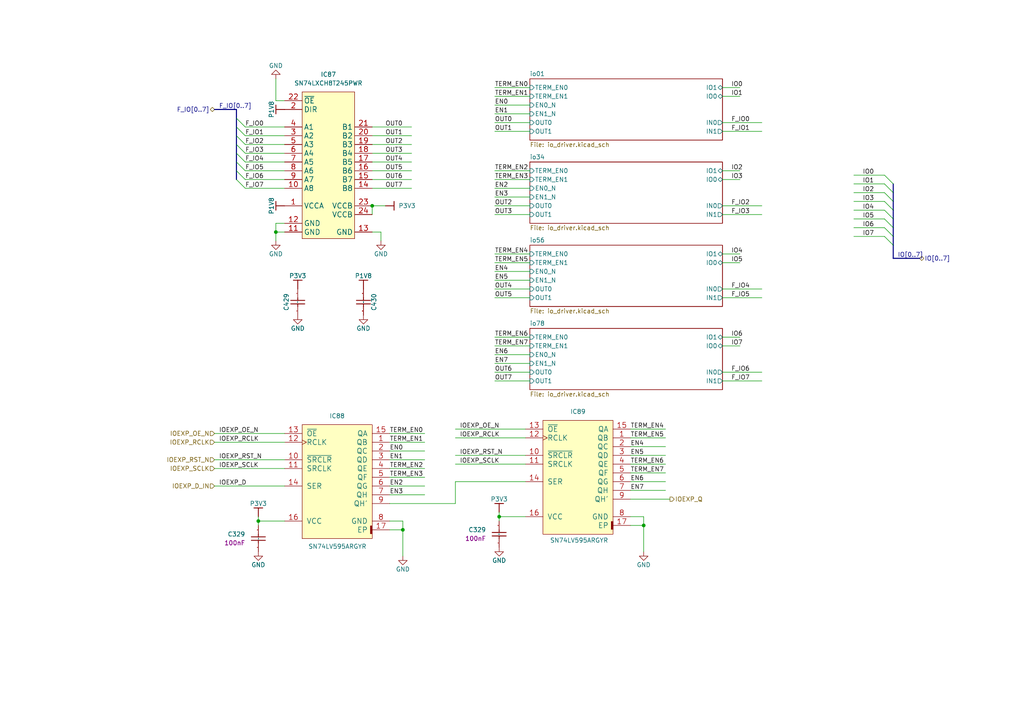
<source format=kicad_sch>
(kicad_sch (version 20250114) (generator "eeschema") (generator_version "9.0")
  (paper "A4")
  (title_block (title "Front/Patch Panel I/O driver - 8 channels"))
  (lib_symbols
    (symbol "Capacitors SMD:CC0402_100NF_16V_10%_X7R" (pin_names (offset 1.27))
      (property "Reference" "C" (at 3.81 3.048 0))
      (property "Description" "100nF" (at 3.81 -3.048 0))
      (symbol "CC0402_100NF_16V_10%_X7R_0_1"
        (polyline (pts (xy 2.54 0) (xy 3.302 0)) (stroke (width 0.254)))
        (polyline (pts (xy 3.302 -2.032) (xy 3.302 2.032)) (stroke (width 0.254)))
        (polyline (pts (xy 4.318 2.032) (xy 4.318 -2.032)) (stroke (width 0.254)))
        (polyline (pts (xy 5.08 0) (xy 4.318 0)) (stroke (width 0.254)))
        (pin passive line (at 0 0 0) (length 2.54) (name "1") (number "1"))
        (pin passive line (at 7.62 0 180) (length 2.54) (name "2") (number "2"))
      )
    )
    (symbol "Standard Logic:SN74LV595ARGYR" (pin_names (offset 1.27))
      (property "Reference" "IC" (at 10.16 1.27 0))
      (symbol "SN74LV595ARGYR_0_1"
        (rectangle (start 0 -33.02) (end 20.32 0) (fill (type background)))
        (rectangle (start 19.812 -31.623) (end 20.32 -29.337) (fill (type outline)))
        (pin input line (at -5.08 -2.54 0) (length 5.08) (name "~{OE}") (number "13"))
        (pin input clock (at -5.08 -5.08 0) (length 5.08) (name "RCLK") (number "12"))
        (pin input line (at -5.08 -10.16 0) (length 5.08) (name "~{SRCLR}") (number "10"))
        (pin input line (at -5.08 -12.7 0) (length 5.08) (name "SRCLK") (number "11"))
        (pin input line (at -5.08 -17.78 0) (length 5.08) (name "SER") (number "14"))
        (pin power_in line (at -5.08 -27.94 0) (length 5.08) (name "VCC") (number "16"))
        (pin tri_state line (at 25.4 -2.54 180) (length 5.08) (name "QA") (number "15"))
        (pin tri_state line (at 25.4 -5.08 180) (length 5.08) (name "QB") (number "1"))
        (pin tri_state line (at 25.4 -7.62 180) (length 5.08) (name "QC") (number "2"))
        (pin tri_state line (at 25.4 -10.16 180) (length 5.08) (name "QD") (number "3"))
        (pin tri_state line (at 25.4 -12.7 180) (length 5.08) (name "QE") (number "4"))
        (pin tri_state line (at 25.4 -15.24 180) (length 5.08) (name "QF") (number "5"))
        (pin tri_state line (at 25.4 -17.78 180) (length 5.08) (name "QG") (number "6"))
        (pin tri_state line (at 25.4 -20.32 180) (length 5.08) (name "QH") (number "7"))
        (pin output line (at 25.4 -22.86 180) (length 5.08) (name "QH'") (number "9"))
        (pin power_in line (at 25.4 -27.94 180) (length 5.08) (name "GND") (number "8"))
        (pin power_in line (at 25.4 -30.48 180) (length 5.08) (name "EP") (number "17"))
      )
    )
    (symbol "power:GND" (power) (pin_names (offset 0))
      (property "Value" "GND" (at 0 -3.81 0))
      (symbol "GND_0_1"
        (polyline (pts (xy 0 0) (xy 0 -1.27) (xy 1.27 -1.27) (xy 0 -2.54) (xy -1.27 -1.27) (xy 0 -1.27)))
      )
      (symbol "GND_1_1"
        (pin power_in line (at 0 0 270) (length 0) (hide yes) (name "GND") (number "1"))
      )
    )
    (symbol "vme-wren:P1V8" (power)
      (property "Value" "P1V8" (at 0 -3.81 0))
      (symbol "P1V8_0_0"
        (polyline (pts (xy -1.27 -2.54) (xy 1.27 -2.54)) (stroke (width 0.254)))
        (polyline (pts (xy 0 0) (xy 0 -2.54)) (stroke (width 0.254)))
        (pin power_in line (at 0 0 0) (length 0) (hide yes) (name "P1V8") (number ""))
      )
    )
    (symbol "vme-wren:P3V3" (power)
      (property "Value" "P3V3" (at 0 -3.81 0))
      (symbol "P3V3_0_0"
        (polyline (pts (xy -1.27 -2.54) (xy 1.27 -2.54)) (stroke (width 0.254)))
        (polyline (pts (xy 0 0) (xy 0 -2.54)) (stroke (width 0.254)))
        (pin power_in line (at 0 0 0) (length 0) (hide yes) (name "P3V3") (number ""))
      )
    )
    (symbol "vme-wren:SN74LXCH8T245PWR"
      (property "Reference" "IC" (at 8.89 3.937 0))
      (property "Value" "SN74LXCH8T245PWR" (at 7.493 1.905 0))
      (symbol "SN74LXCH8T245PWR_0_1"
        (rectangle (start 0 0) (end 15.24 -42.545) (fill (type background)))
        (pin input line (at -5.08 -2.54 0) (length 5.08) (name "~{OE}") (number "22"))
        (pin bidirectional line (at -5.08 -12.7 0) (length 5.08) (name "A2") (number "3"))
        (pin bidirectional line (at -5.08 -15.24 0) (length 5.08) (name "A3") (number "5"))
        (pin bidirectional line (at -5.08 -17.78 0) (length 5.08) (name "A4") (number "6"))
        (pin bidirectional line (at -5.08 -20.32 0) (length 5.08) (name "A5") (number "7"))
        (pin bidirectional line (at -5.08 -22.86 0) (length 5.08) (name "A6") (number "8"))
        (pin bidirectional line (at -5.08 -25.4 0) (length 5.08) (name "A7") (number "9"))
        (pin bidirectional line (at -5.08 -27.94 0) (length 5.08) (name "A8") (number "10"))
        (pin power_in line (at -5.08 -38.1 0) (length 5.08) (name "GND") (number "12"))
        (pin power_in line (at -5.08 -40.64 0) (length 5.08) (name "GND") (number "11"))
        (pin bidirectional line (at 20.32 -10.16 180) (length 5.08) (name "B1") (number "21"))
        (pin bidirectional line (at 20.32 -12.7 180) (length 5.08) (name "B2") (number "20"))
        (pin bidirectional line (at 20.32 -15.24 180) (length 5.08) (name "B3") (number "19"))
        (pin bidirectional line (at 20.32 -17.78 180) (length 5.08) (name "B4") (number "18"))
        (pin bidirectional line (at 20.32 -20.32 180) (length 5.08) (name "B5") (number "17"))
        (pin bidirectional line (at 20.32 -22.86 180) (length 5.08) (name "B6") (number "16"))
        (pin bidirectional line (at 20.32 -25.4 180) (length 5.08) (name "B7") (number "15"))
        (pin bidirectional line (at 20.32 -27.94 180) (length 5.08) (name "B8") (number "14"))
        (pin power_in line (at 20.32 -40.64 180) (length 5.08) (name "GND") (number "13"))
      )
      (symbol "SN74LXCH8T245PWR_1_1"
        (pin input line (at -5.08 -5.08 0) (length 5.08) (name "DIR") (number "2"))
        (pin bidirectional line (at -5.08 -10.16 0) (length 5.08) (name "A1") (number "4"))
        (pin power_in line (at -5.08 -33.02 0) (length 5.08) (name "VCCA") (number "1"))
        (pin power_in line (at 20.32 -33.02 180) (length 5.08) (name "VCCB") (number "23"))
        (pin power_in line (at 20.32 -35.56 180) (length 5.08) (name "VCCB") (number "24"))
      )
    )
  )
  (junction (at 74.93 151.13))
  (junction (at 186.69 152.4))
  (junction (at 80.01 67.31))
  (junction (at 107.95 59.69))
  (junction (at 116.84 153.67))
  (junction (at 144.78 149.86))
  (bus_entry (at 68.58 34.29) (size 2.54 2.54))
  (bus_entry (at 256.54 63.5) (size 2.54 2.54))
  (bus_entry (at 68.58 41.91) (size 2.54 2.54))
  (bus_entry (at 68.58 36.83) (size 2.54 2.54))
  (bus_entry (at 256.54 53.34) (size 2.54 2.54))
  (bus_entry (at 256.54 58.42) (size 2.54 2.54))
  (bus_entry (at 68.58 46.99) (size 2.54 2.54))
  (bus_entry (at 256.54 55.88) (size 2.54 2.54))
  (bus_entry (at 256.54 60.96) (size 2.54 2.54))
  (bus_entry (at 256.54 66.04) (size 2.54 2.54))
  (bus_entry (at 256.54 50.8) (size 2.54 2.54))
  (bus_entry (at 256.54 68.58) (size 2.54 2.54))
  (bus_entry (at 68.58 39.37) (size 2.54 2.54))
  (bus_entry (at 68.58 49.53) (size 2.54 2.54))
  (bus_entry (at 68.58 52.07) (size 2.54 2.54))
  (bus_entry (at 68.58 44.45) (size 2.54 2.54))
  (wire (pts (xy 209.55 52.07) (xy 214.63 52.07)))
  (bus (pts (xy 68.58 44.45) (xy 68.58 41.91)))
  (bus (pts (xy 259.08 68.58) (xy 259.08 71.12)))
  (wire (pts (xy 209.55 62.23) (xy 220.98 62.23)))
  (wire (pts (xy 80.01 67.31) (xy 80.01 69.85)))
  (wire (pts (xy 113.03 130.81) (xy 123.19 130.81)))
  (bus (pts (xy 259.08 53.34) (xy 259.08 55.88)))
  (wire (pts (xy 144.78 149.86) (xy 144.78 148.59)))
  (wire (pts (xy 107.95 36.83) (xy 119.38 36.83)))
  (wire (pts (xy 247.65 60.96) (xy 256.54 60.96)))
  (wire (pts (xy 143.51 25.4) (xy 153.67 25.4)))
  (wire (pts (xy 80.01 64.77) (xy 80.01 67.31)))
  (wire (pts (xy 209.55 73.66) (xy 214.63 73.66)))
  (wire (pts (xy 182.88 132.08) (xy 193.04 132.08)))
  (wire (pts (xy 182.88 139.7) (xy 193.04 139.7)))
  (wire (pts (xy 143.51 100.33) (xy 153.67 100.33)))
  (wire (pts (xy 209.55 49.53) (xy 214.63 49.53)))
  (wire (pts (xy 107.95 49.53) (xy 119.38 49.53)))
  (bus (pts (xy 68.58 41.91) (xy 68.58 39.37)))
  (wire (pts (xy 143.51 102.87) (xy 153.67 102.87)))
  (wire (pts (xy 116.84 151.13) (xy 116.84 153.67)))
  (wire (pts (xy 143.51 105.41) (xy 153.67 105.41)))
  (wire (pts (xy 182.88 142.24) (xy 193.04 142.24)))
  (wire (pts (xy 209.55 86.36) (xy 220.98 86.36)))
  (wire (pts (xy 71.12 52.07) (xy 82.55 52.07)))
  (wire (pts (xy 143.51 38.1) (xy 153.67 38.1)))
  (wire (pts (xy 113.03 146.05) (xy 132.08 146.05)))
  (wire (pts (xy 209.55 59.69) (xy 220.98 59.69)))
  (wire (pts (xy 62.23 140.97) (xy 82.55 140.97)))
  (wire (pts (xy 113.03 135.89) (xy 123.19 135.89)))
  (wire (pts (xy 143.51 62.23) (xy 153.67 62.23)))
  (wire (pts (xy 74.93 151.13) (xy 82.55 151.13)))
  (wire (pts (xy 113.03 125.73) (xy 123.19 125.73)))
  (bus (pts (xy 259.08 66.04) (xy 259.08 68.58)))
  (wire (pts (xy 107.95 54.61) (xy 119.38 54.61)))
  (wire (pts (xy 182.88 144.78) (xy 194.31 144.78)))
  (wire (pts (xy 107.95 41.91) (xy 119.38 41.91)))
  (bus (pts (xy 68.58 39.37) (xy 68.58 36.83)))
  (wire (pts (xy 143.51 54.61) (xy 153.67 54.61)))
  (wire (pts (xy 110.49 67.31) (xy 110.49 69.85)))
  (wire (pts (xy 247.65 66.04) (xy 256.54 66.04)))
  (wire (pts (xy 62.23 125.73) (xy 82.55 125.73)))
  (wire (pts (xy 113.03 153.67) (xy 116.84 153.67)))
  (wire (pts (xy 143.51 35.56) (xy 153.67 35.56)))
  (wire (pts (xy 143.51 76.2) (xy 153.67 76.2)))
  (wire (pts (xy 62.23 133.35) (xy 82.55 133.35)))
  (bus (pts (xy 68.58 49.53) (xy 68.58 46.99)))
  (wire (pts (xy 247.65 58.42) (xy 256.54 58.42)))
  (wire (pts (xy 182.88 149.86) (xy 186.69 149.86)))
  (wire (pts (xy 143.51 52.07) (xy 153.67 52.07)))
  (wire (pts (xy 107.95 59.69) (xy 111.76 59.69)))
  (wire (pts (xy 209.55 27.94) (xy 214.63 27.94)))
  (wire (pts (xy 143.51 33.02) (xy 153.67 33.02)))
  (wire (pts (xy 209.55 83.82) (xy 220.98 83.82)))
  (wire (pts (xy 247.65 63.5) (xy 256.54 63.5)))
  (wire (pts (xy 209.55 76.2) (xy 214.63 76.2)))
  (bus (pts (xy 68.58 52.07) (xy 68.58 49.53)))
  (bus (pts (xy 62.23 31.75) (xy 68.58 31.75)))
  (wire (pts (xy 71.12 44.45) (xy 82.55 44.45)))
  (wire (pts (xy 71.12 36.83) (xy 82.55 36.83)))
  (bus (pts (xy 259.08 58.42) (xy 259.08 60.96)))
  (bus (pts (xy 259.08 63.5) (xy 259.08 66.04)))
  (wire (pts (xy 113.03 128.27) (xy 123.19 128.27)))
  (wire (pts (xy 186.69 152.4) (xy 186.69 160.02)))
  (wire (pts (xy 71.12 54.61) (xy 82.55 54.61)))
  (wire (pts (xy 182.88 127) (xy 193.04 127)))
  (wire (pts (xy 143.51 110.49) (xy 153.67 110.49)))
  (wire (pts (xy 143.51 78.74) (xy 153.67 78.74)))
  (wire (pts (xy 143.51 73.66) (xy 153.67 73.66)))
  (wire (pts (xy 107.95 44.45) (xy 119.38 44.45)))
  (bus (pts (xy 259.08 74.93) (xy 266.7 74.93)))
  (wire (pts (xy 247.65 55.88) (xy 256.54 55.88)))
  (wire (pts (xy 132.08 134.62) (xy 152.4 134.62)))
  (wire (pts (xy 113.03 143.51) (xy 123.19 143.51)))
  (wire (pts (xy 80.01 67.31) (xy 82.55 67.31)))
  (wire (pts (xy 107.95 59.69) (xy 107.95 62.23)))
  (wire (pts (xy 116.84 153.67) (xy 116.84 161.29)))
  (wire (pts (xy 209.55 97.79) (xy 214.63 97.79)))
  (wire (pts (xy 113.03 133.35) (xy 123.19 133.35)))
  (bus (pts (xy 259.08 71.12) (xy 259.08 74.93)))
  (wire (pts (xy 132.08 139.7) (xy 132.08 146.05)))
  (wire (pts (xy 143.51 49.53) (xy 153.67 49.53)))
  (bus (pts (xy 68.58 36.83) (xy 68.58 34.29)))
  (wire (pts (xy 80.01 29.21) (xy 80.01 22.86)))
  (wire (pts (xy 74.93 152.4) (xy 74.93 151.13)))
  (wire (pts (xy 182.88 137.16) (xy 193.04 137.16)))
  (wire (pts (xy 247.65 53.34) (xy 256.54 53.34)))
  (wire (pts (xy 209.55 110.49) (xy 220.98 110.49)))
  (wire (pts (xy 132.08 132.08) (xy 152.4 132.08)))
  (wire (pts (xy 143.51 97.79) (xy 153.67 97.79)))
  (wire (pts (xy 62.23 128.27) (xy 82.55 128.27)))
  (wire (pts (xy 82.55 64.77) (xy 80.01 64.77)))
  (wire (pts (xy 132.08 124.46) (xy 152.4 124.46)))
  (wire (pts (xy 132.08 127) (xy 152.4 127)))
  (wire (pts (xy 71.12 46.99) (xy 82.55 46.99)))
  (wire (pts (xy 113.03 151.13) (xy 116.84 151.13)))
  (wire (pts (xy 144.78 149.86) (xy 152.4 149.86)))
  (wire (pts (xy 143.51 86.36) (xy 153.67 86.36)))
  (bus (pts (xy 68.58 34.29) (xy 68.58 31.75)))
  (wire (pts (xy 143.51 107.95) (xy 153.67 107.95)))
  (wire (pts (xy 247.65 68.58) (xy 256.54 68.58)))
  (wire (pts (xy 71.12 41.91) (xy 82.55 41.91)))
  (wire (pts (xy 209.55 107.95) (xy 220.98 107.95)))
  (wire (pts (xy 144.78 151.13) (xy 144.78 149.86)))
  (wire (pts (xy 209.55 38.1) (xy 220.98 38.1)))
  (wire (pts (xy 132.08 139.7) (xy 152.4 139.7)))
  (wire (pts (xy 71.12 39.37) (xy 82.55 39.37)))
  (wire (pts (xy 62.23 135.89) (xy 82.55 135.89)))
  (wire (pts (xy 186.69 149.86) (xy 186.69 152.4)))
  (wire (pts (xy 82.55 29.21) (xy 80.01 29.21)))
  (wire (pts (xy 143.51 81.28) (xy 153.67 81.28)))
  (wire (pts (xy 209.55 100.33) (xy 214.63 100.33)))
  (wire (pts (xy 143.51 83.82) (xy 153.67 83.82)))
  (wire (pts (xy 143.51 30.48) (xy 153.67 30.48)))
  (wire (pts (xy 182.88 124.46) (xy 193.04 124.46)))
  (wire (pts (xy 143.51 59.69) (xy 153.67 59.69)))
  (bus (pts (xy 68.58 46.99) (xy 68.58 44.45)))
  (wire (pts (xy 71.12 49.53) (xy 82.55 49.53)))
  (bus (pts (xy 259.08 60.96) (xy 259.08 63.5)))
  (wire (pts (xy 107.95 39.37) (xy 119.38 39.37)))
  (wire (pts (xy 113.03 140.97) (xy 123.19 140.97)))
  (bus (pts (xy 259.08 55.88) (xy 259.08 58.42)))
  (wire (pts (xy 182.88 129.54) (xy 193.04 129.54)))
  (wire (pts (xy 182.88 152.4) (xy 186.69 152.4)))
  (wire (pts (xy 107.95 52.07) (xy 119.38 52.07)))
  (wire (pts (xy 143.51 27.94) (xy 153.67 27.94)))
  (wire (pts (xy 247.65 50.8) (xy 256.54 50.8)))
  (wire (pts (xy 107.95 67.31) (xy 110.49 67.31)))
  (wire (pts (xy 209.55 35.56) (xy 220.98 35.56)))
  (wire (pts (xy 143.51 57.15) (xy 153.67 57.15)))
  (wire (pts (xy 107.95 46.99) (xy 119.38 46.99)))
  (wire (pts (xy 209.55 25.4) (xy 214.63 25.4)))
  (wire (pts (xy 74.93 151.13) (xy 74.93 149.86)))
  (wire (pts (xy 113.03 138.43) (xy 123.19 138.43)))
  (wire (pts (xy 182.88 134.62) (xy 193.04 134.62)))
  (label "F_IO3" (at 71.12 44.45 0))
  (label "F_IO6" (at 71.12 52.07 0))
  (label "F_IO0" (at 71.12 36.83 0))
  (label "IO2" (at 212.09 49.53 0))
  (label "IOEXP_RCLK" (at 133.35 127 0))
  (label "IO2" (at 250.19 55.88 0))
  (label "TERM_EN3" (at 143.51 52.07 0))
  (label "IO[0..7]" (at 260.35 74.93 0))
  (label "F_IO0" (at 212.09 35.56 0))
  (label "IO1" (at 212.09 27.94 0))
  (label "TERM_EN6" (at 143.51 97.79 0))
  (label "IOEXP_OE_N" (at 133.35 124.46 0))
  (label "EN5" (at 182.88 132.08 0))
  (label "F_IO7" (at 212.09 110.49 0))
  (label "EN2" (at 113.03 140.97 0))
  (label "EN0" (at 143.51 30.48 0))
  (label "EN6" (at 182.88 139.7 0))
  (label "OUT5" (at 143.51 86.36 0))
  (label "EN3" (at 113.03 143.51 0))
  (label "OUT1" (at 143.51 38.1 0))
  (label "TERM_EN1" (at 143.51 27.94 0))
  (label "OUT1" (at 111.76 39.37 0))
  (label "EN1" (at 143.51 33.02 0))
  (label "F_IO1" (at 212.09 38.1 0))
  (label "IO0" (at 212.09 25.4 0))
  (label "TERM_EN0" (at 143.51 25.4 0))
  (label "IO0" (at 250.19 50.8 0))
  (label "OUT4" (at 111.76 46.99 0))
  (label "TERM_EN5" (at 182.88 127 0))
  (label "IO4" (at 212.09 73.66 0))
  (label "IOEXP_RCLK" (at 63.5 128.27 0))
  (label "IOEXP_RST_N" (at 133.35 132.08 0))
  (label "OUT2" (at 143.51 59.69 0))
  (label "EN6" (at 143.51 102.87 0))
  (label "EN5" (at 143.51 81.28 0))
  (label "IO5" (at 250.19 63.5 0))
  (label "IO7" (at 212.09 100.33 0))
  (label "EN3" (at 143.51 57.15 0))
  (label "EN7" (at 182.88 142.24 0))
  (label "IO5" (at 212.09 76.2 0))
  (label "F_IO4" (at 212.09 83.82 0))
  (label "TERM_EN6" (at 182.88 134.62 0))
  (label "F_IO4" (at 71.12 46.99 0))
  (label "TERM_EN2" (at 113.03 135.89 0))
  (label "TERM_EN1" (at 113.03 128.27 0))
  (label "OUT3" (at 111.76 44.45 0))
  (label "F_IO7" (at 71.12 54.61 0))
  (label "TERM_EN7" (at 143.51 100.33 0))
  (label "EN7" (at 143.51 105.41 0))
  (label "OUT6" (at 143.51 107.95 0))
  (label "IOEXP_D" (at 63.5 140.97 0))
  (label "OUT5" (at 111.76 49.53 0))
  (label "TERM_EN0" (at 113.03 125.73 0))
  (label "OUT0" (at 143.51 35.56 0))
  (label "EN0" (at 113.03 130.81 0))
  (label "IO4" (at 250.19 60.96 0))
  (label "F_IO3" (at 212.09 62.23 0))
  (label "TERM_EN2" (at 143.51 49.53 0))
  (label "IO1" (at 250.19 53.34 0))
  (label "OUT4" (at 143.51 83.82 0))
  (label "F_IO6" (at 212.09 107.95 0))
  (label "IOEXP_SCLK" (at 133.35 134.62 0))
  (label "F_IO2" (at 212.09 59.69 0))
  (label "OUT2" (at 111.76 41.91 0))
  (label "TERM_EN4" (at 182.88 124.46 0))
  (label "IOEXP_RST_N" (at 63.5 133.35 0))
  (label "OUT3" (at 143.51 62.23 0))
  (label "IOEXP_OE_N" (at 63.5 125.73 0))
  (label "F_IO2" (at 71.12 41.91 0))
  (label "TERM_EN3" (at 113.03 138.43 0))
  (label "IO6" (at 250.19 66.04 0))
  (label "EN4" (at 143.51 78.74 0))
  (label "OUT0" (at 111.76 36.83 0))
  (label "TERM_EN7" (at 182.88 137.16 0))
  (label "IO7" (at 250.19 68.58 0))
  (label "OUT7" (at 143.51 110.49 0))
  (label "IO6" (at 212.09 97.79 0))
  (label "TERM_EN4" (at 143.51 73.66 0))
  (label "IO3" (at 250.19 58.42 0))
  (label "EN2" (at 143.51 54.61 0))
  (label "TERM_EN5" (at 143.51 76.2 0))
  (label "EN1" (at 113.03 133.35 0))
  (label "OUT7" (at 111.76 54.61 0))
  (label "IOEXP_SCLK" (at 63.5 135.89 0))
  (label "F_IO5" (at 71.12 49.53 0))
  (label "F_IO1" (at 71.12 39.37 0))
  (label "IO3" (at 212.09 52.07 0))
  (label "OUT6" (at 111.76 52.07 0))
  (label "EN4" (at 182.88 129.54 0))
  (label "F_IO5" (at 212.09 86.36 0))
  (label "F_IO[0..7]" (at 63.5 31.75 0))
  (hierarchical_label "IOEXP_D_IN" (shape input) (at 62.23 140.97 180))
  (hierarchical_label "IOEXP_Q" (shape output) (at 194.31 144.78 0))
  (hierarchical_label "IOEXP_RCLK" (shape input) (at 62.23 128.27 180))
  (hierarchical_label "IOEXP_OE_N" (shape input) (at 62.23 125.73 180))
  (hierarchical_label "IOEXP_SCLK" (shape input) (at 62.23 135.89 180))
  (hierarchical_label "F_IO[0..7]" (shape bidirectional) (at 62.23 31.75 180))
  (hierarchical_label "IO[0..7]" (shape bidirectional) (at 266.7 74.93 0))
  (hierarchical_label "IOEXP_RST_N" (shape input) (at 62.23 133.35 180))
  (symbol (lib_id "vme-wren:P1V8") (at 105.41 83.82 180) (unit 1)
    (property "Reference" "#PWR0424" (effects (hide yes)))
    (property "Value" "P1V8" (at 105.41 80.01 0))
    (instances (project "vme-wren" (path "" (reference "#PWR0768") (unit 1)) (path "" (reference "#PWR01122") (unit 1)) (path "" (reference "#PWR0876") (unit 1)) (path "" (reference "#PWR0424") (unit 1))))
  )
  (symbol (lib_id "vme-wren:SN74LXCH8T245PWR") (at 87.63 26.67 0) (unit 1)
    (property "Reference" "IC2" (at 95.25 21.59 0))
    (property "Value" "SN74LXCH8T245PWR" (at 95.25 24.13 0))
    (property "Footprint" "ICs And Semiconductors SMD:SOP65P640X120-24N" (effects (hide yes)))
    (instances (project "vme-wren" (path "" (reference "IC87") (unit 1)) (path "" (reference "IC75") (unit 1)) (path "" (reference "IC102") (unit 1)) (path "" (reference "IC2") (unit 1))))
  )
  (symbol (lib_id "vme-wren:P3V3") (at 74.93 149.86 180) (unit 1)
    (property "Reference" "#PWR020" (effects (hide yes)))
    (property "Value" "P3V3" (at 74.93 146.05 0))
    (instances (project "dupa" (path "" (reference "#PWR?") (unit 1))) (project "vme-wren" (path "" (reference "#PWR0760") (unit 1)) (path "" (reference "#PWR01043") (unit 1)) (path "" (reference "#PWR0868") (unit 1)) (path "" (reference "#PWR020") (unit 1))))
  )
  (symbol (lib_id "power:GND") (at 80.01 22.86 180) (unit 1)
    (property "Reference" "#PWR025" (effects (hide yes)))
    (property "Value" "GND" (at 80.01 19.05 0))
    (property "Description" "GROUND power-flag symbol" (effects (hide yes)))
    (instances (project "vme-wren" (path "" (reference "#PWR0762") (unit 1)) (path "" (reference "#PWR01073") (unit 1)) (path "" (reference "#PWR0870") (unit 1)) (path "" (reference "#PWR025") (unit 1))))
  )
  (symbol (lib_id "Standard Logic:SN74LV595ARGYR") (at 157.48 121.92 0) (unit 1)
    (property "Reference" "IC7" (at 167.64 119.38 0))
    (property "Value" "SN74LV595ARGYR" (at 159.512 156.718 0) (effects (justify left)))
    (property "Footprint" "ICs And Semiconductors SMD:TEXAS_RGY (R-PVQFN-N16)" (effects (hide yes)))
    (property "Description" "SN74LV595ARGYR" (effects (hide yes)))
    (property "Library Ref" "74595_a" (effects (hide yes)))
    (property "Library Path" "SchLib\\Standard Logic.SchLib" (effects (hide yes)))
    (property "Comment" "SN74LV595ARGY" (effects (hide yes)))
    (property "Component Kind" "Standard" (effects (hide yes)))
    (property "Component Type" "Standard" (effects (hide yes)))
    (property "Device" "SN74LV595ARGY" (effects (hide yes)))
    (property "PackageDescription" "TEXAS Case Style RGY (R-PVQFN-N16), QFN, 0.50mm Pitch, Rect.; 16 Pin, 4.00mm L X 3.50mm W X 1mm H body (w/Thermal Tab 2.65 X 2.15mm)" (effects (hide yes)))
    (property "Status" " " (effects (hide yes)))
    (property "Part Description" "8-Bit Shift Register with 3-State Output Registers" (effects (hide yes)))
    (property "Manufacturer" "TEXAS INSTRUMENTS" (effects (hide yes)))
    (property "Manufacturer Part Number" "SN74LV595ARGY" (effects (hide yes)))
    (property "Pin Count" "17" (effects (hide yes)))
    (property "Case" "QFN16" (effects (hide yes)))
    (property "Mounted" "Yes" (effects (hide yes)))
    (property "Socket" "No" (effects (hide yes)))
    (property "SMD" "Yes" (effects (hide yes)))
    (property "PressFit" "No" (effects (hide yes)))
    (property "Sense" "No" (effects (hide yes)))
    (property "Sense Comment" " " (effects (hide yes)))
    (property "Bonding" "No" (effects (hide yes)))
    (property "Status Comment" " " (effects (hide yes)))
    (property "ComponentHeight" "1mm" (effects (hide yes)))
    (property "Footprint Path" "PcbLib\\ICs And Semiconductors SMD.PcbLib" (effects (hide yes)))
    (property "Footprint Ref" "TEXAS_RGY (R-PVQFN-N16)" (effects (hide yes)))
    (property "Author" "CERN DEM MR" (effects (hide yes)))
    (property "ComponentLink1URL" " " (effects (hide yes)))
    (property "ComponentLink1Description" " " (effects (hide yes)))
    (property "ComponentLink2URL" " " (effects (hide yes)))
    (property "ComponentLink2Description" " " (effects (hide yes)))
    (property "CreateDate" "10/10/17 00:00:00" (effects (hide yes)))
    (property "LatestRevisionDate" "10/10/17 00:00:00" (effects (hide yes)))
    (property "SCEM" " " (effects (hide yes)))
    (property "Database Table Name" "ICs And Semiconductors" (effects (hide yes)))
    (property "Library Name" "Standard Logic" (effects (hide yes)))
    (property "Footprint Library" "ICs And Semiconductors SMD" (effects (hide yes)))
    (property "License" "CC-BY-SA 4.0" (effects (hide yes)))
    (instances (project "vme-wren" (path "" (reference "IC89") (unit 1)) (path "" (reference "IC77") (unit 1)) (path "" (reference "IC104") (unit 1)) (path "" (reference "IC7") (unit 1))))
  )
  (symbol (lib_id "power:GND") (at 110.49 69.85 0) (unit 1)
    (property "Reference" "#PWR0426" (effects (hide yes)))
    (property "Value" "GND" (at 110.49 73.66 0))
    (property "Description" "GROUND power-flag symbol" (effects (hide yes)))
    (instances (project "vme-wren" (path "" (reference "#PWR0770") (unit 1)) (path "" (reference "#PWR01077") (unit 1)) (path "" (reference "#PWR0878") (unit 1)) (path "" (reference "#PWR0426") (unit 1))))
  )
  (symbol (lib_id "Capacitors SMD:CC0402_100NF_16V_10%_X7R") (at 74.93 160.02 90) (unit 1)
    (property "Reference" "C14" (at 71.12 154.9399 90) (effects (justify left)))
    (property "Value" "CC0402_100NF_16V_10%_X7R" (effects (hide yes)))
    (property "Footprint" "Capacitors SMD:CAPC1005X55N" (effects (hide yes)))
    (property "Description" "100nF" (effects (hide yes)))
    (property "SMD" "Yes" (effects (hide yes)))
    (property "Part Number" "CC0402_100NF_16V_10%_X7R" (effects (hide yes)))
    (property "Library Ref" "Capacitor - non polarized" (effects (hide yes)))
    (property "Library Path" "SchLib\\Capacitors.SchLib" (effects (hide yes)))
    (property "Comment" "100nF" (at 71.12 157.4799 90) (effects (justify left)))
    (property "Component Kind" "Standard" (effects (hide yes)))
    (property "Component Type" "Standard" (effects (hide yes)))
    (property "Pin Count" "2" (effects (hide yes)))
    (property "Footprint Path" "PcbLib\\Capacitors SMD.PcbLib" (effects (hide yes)))
    (property "Footprint Ref" "CAPC1005X55N" (effects (hide yes)))
    (property "PackageDescription" " " (effects (hide yes)))
    (property "Status" "Not Recommended" (effects (hide yes)))
    (property "Status Comment" " " (effects (hide yes)))
    (property "Voltage" "16V" (effects (hide yes)))
    (property "Tolerance" "±10%" (effects (hide yes)))
    (property "Part Description" "SMD Multilayer Chip Ceramic Capacitor" (effects (hide yes)))
    (property "Manufacturer" "GENERIC" (effects (hide yes)))
    (property "Manufacturer Part Number" "CC0402_100NF_16V_10%_X7R" (effects (hide yes)))
    (property "Case" "0402" (effects (hide yes)))
    (property "Mounted" "Yes" (effects (hide yes)))
    (property "Socket" "No" (effects (hide yes)))
    (property "PressFit" " " (effects (hide yes)))
    (property "Sense" "No" (effects (hide yes)))
    (property "Sense Comment" " " (effects (hide yes)))
    (property "ComponentHeight" " " (effects (hide yes)))
    (property "Manufacturer1 Example" "MURATA" (effects (hide yes)))
    (property "Manufacturer1 Part Number" "GRM155R71C104KA88D" (effects (hide yes)))
    (property "Manufacturer1 ComponentHeight" "0.55mm" (effects (hide yes)))
    (property "Author" "CERN DEM JLC" (effects (hide yes)))
    (property "CreateDate" "12/05/13 00:00:00" (effects (hide yes)))
    (property "LatestRevisionDate" "12/03/07 00:00:00" (effects (hide yes)))
    (property "Database Table Name" "Capacitors" (effects (hide yes)))
    (property "Library Name" "Capacitors SMD" (effects (hide yes)))
    (property "Footprint Library" "Capacitors SMD" (effects (hide yes)))
    (property "License" "CC-BY-SA 4.0" (effects (hide yes)))
    (instances (project "dupa" (path "" (reference "C329") (unit 1))) (project "vme-wren" (path "" (reference "C428") (unit 1)) (path "" (reference "C406") (unit 1)) (path "" (reference "C456") (unit 1)) (path "" (reference "C14") (unit 1))))
  )
  (symbol (lib_id "power:GND") (at 116.84 161.29 0) (unit 1)
    (property "Reference" "#PWR0428" (effects (hide yes)))
    (property "Value" "GND" (at 116.84 165.1 0))
    (instances (project "dupa" (path "" (reference "#PWR?") (unit 1))) (project "vme-wren" (path "" (reference "#PWR0772") (unit 1)) (path "" (reference "#PWR01045") (unit 1)) (path "" (reference "#PWR0880") (unit 1)) (path "" (reference "#PWR0428") (unit 1))))
  )
  (symbol (lib_id "Capacitors SMD:CC0402_100NF_16V_10%_X7R") (at 144.78 158.75 90) (unit 1)
    (property "Reference" "C24" (at 140.97 153.6699 90) (effects (justify left)))
    (property "Value" "CC0402_100NF_16V_10%_X7R" (effects (hide yes)))
    (property "Footprint" "Capacitors SMD:CAPC1005X55N" (effects (hide yes)))
    (property "Description" "100nF" (effects (hide yes)))
    (property "SMD" "Yes" (effects (hide yes)))
    (property "Part Number" "CC0402_100NF_16V_10%_X7R" (effects (hide yes)))
    (property "Library Ref" "Capacitor - non polarized" (effects (hide yes)))
    (property "Library Path" "SchLib\\Capacitors.SchLib" (effects (hide yes)))
    (property "Comment" "100nF" (at 140.97 156.2099 90) (effects (justify left)))
    (property "Component Kind" "Standard" (effects (hide yes)))
    (property "Component Type" "Standard" (effects (hide yes)))
    (property "Pin Count" "2" (effects (hide yes)))
    (property "Footprint Path" "PcbLib\\Capacitors SMD.PcbLib" (effects (hide yes)))
    (property "Footprint Ref" "CAPC1005X55N" (effects (hide yes)))
    (property "PackageDescription" " " (effects (hide yes)))
    (property "Status" "Not Recommended" (effects (hide yes)))
    (property "Status Comment" " " (effects (hide yes)))
    (property "Voltage" "16V" (effects (hide yes)))
    (property "Tolerance" "±10%" (effects (hide yes)))
    (property "Part Description" "SMD Multilayer Chip Ceramic Capacitor" (effects (hide yes)))
    (property "Manufacturer" "GENERIC" (effects (hide yes)))
    (property "Manufacturer Part Number" "CC0402_100NF_16V_10%_X7R" (effects (hide yes)))
    (property "Case" "0402" (effects (hide yes)))
    (property "Mounted" "Yes" (effects (hide yes)))
    (property "Socket" "No" (effects (hide yes)))
    (property "PressFit" " " (effects (hide yes)))
    (property "Sense" "No" (effects (hide yes)))
    (property "Sense Comment" " " (effects (hide yes)))
    (property "ComponentHeight" " " (effects (hide yes)))
    (property "Manufacturer1 Example" "MURATA" (effects (hide yes)))
    (property "Manufacturer1 Part Number" "GRM155R71C104KA88D" (effects (hide yes)))
    (property "Manufacturer1 ComponentHeight" "0.55mm" (effects (hide yes)))
    (property "Author" "CERN DEM JLC" (effects (hide yes)))
    (property "CreateDate" "12/05/13 00:00:00" (effects (hide yes)))
    (property "LatestRevisionDate" "12/03/07 00:00:00" (effects (hide yes)))
    (property "Database Table Name" "Capacitors" (effects (hide yes)))
    (property "Library Name" "Capacitors SMD" (effects (hide yes)))
    (property "Footprint Library" "Capacitors SMD" (effects (hide yes)))
    (property "License" "CC-BY-SA 4.0" (effects (hide yes)))
    (instances (project "dupa" (path "" (reference "C329") (unit 1))) (project "vme-wren" (path "" (reference "C431") (unit 1)) (path "" (reference "C409") (unit 1)) (path "" (reference "C459") (unit 1)) (path "" (reference "C24") (unit 1))))
  )
  (symbol (lib_id "Capacitors SMD:CC0402_100NF_16V_10%_X7R") (at 105.41 83.82 270) (unit 1)
    (property "Reference" "C21" (at 108.458 87.63 0))
    (property "Value" "CC0402_100NF_16V_10%_X7R" (effects (hide yes)))
    (property "Footprint" "Capacitors SMD:CAPC1005X55N" (effects (hide yes)))
    (property "Description" "100nF" (effects (hide yes)))
    (property "SMD" "Yes" (effects (hide yes)))
    (property "Part Number" "CC0402_100NF_16V_10%_X7R" (effects (hide yes)))
    (property "Library Ref" "Capacitor - non polarized" (effects (hide yes)))
    (property "Library Path" "SchLib\\Capacitors.SchLib" (effects (hide yes)))
    (property "Comment" "100nF" (effects (hide yes)))
    (property "Component Kind" "Standard" (effects (hide yes)))
    (property "Component Type" "Standard" (effects (hide yes)))
    (property "Pin Count" "2" (effects (hide yes)))
    (property "Footprint Path" "PcbLib\\Capacitors SMD.PcbLib" (effects (hide yes)))
    (property "Footprint Ref" "CAPC1005X55N" (effects (hide yes)))
    (property "PackageDescription" " " (effects (hide yes)))
    (property "Status" "Not Recommended" (effects (hide yes)))
    (property "Status Comment" " " (effects (hide yes)))
    (property "Voltage" "16V" (effects (hide yes)))
    (property "Tolerance" "±10%" (effects (hide yes)))
    (property "Part Description" "SMD Multilayer Chip Ceramic Capacitor" (effects (hide yes)))
    (property "Manufacturer" "GENERIC" (effects (hide yes)))
    (property "Manufacturer Part Number" "CC0402_100NF_16V_10%_X7R" (effects (hide yes)))
    (property "Case" "0402" (effects (hide yes)))
    (property "Mounted" "Yes" (effects (hide yes)))
    (property "Socket" "No" (effects (hide yes)))
    (property "PressFit" " " (effects (hide yes)))
    (property "Sense" "No" (effects (hide yes)))
    (property "Sense Comment" " " (effects (hide yes)))
    (property "ComponentHeight" " " (effects (hide yes)))
    (property "Manufacturer1 Example" "MURATA" (effects (hide yes)))
    (property "Manufacturer1 Part Number" "GRM155R71C104KA88D" (effects (hide yes)))
    (property "Manufacturer1 ComponentHeight" "0.55mm" (effects (hide yes)))
    (property "Author" "CERN DEM JLC" (effects (hide yes)))
    (property "CreateDate" "12/05/13 00:00:00" (effects (hide yes)))
    (property "LatestRevisionDate" "12/03/07 00:00:00" (effects (hide yes)))
    (property "Database Table Name" "Capacitors" (effects (hide yes)))
    (property "Library Name" "Capacitors SMD" (effects (hide yes)))
    (property "Footprint Library" "Capacitors SMD" (effects (hide yes)))
    (property "License" "CC-BY-SA 4.0" (effects (hide yes)))
    (instances (project "vme-wren" (path "" (reference "C430") (unit 1)) (path "" (reference "C408") (unit 1)) (path "" (reference "C458") (unit 1)) (path "" (reference "C21") (unit 1))))
  )
  (symbol (lib_id "power:GND") (at 186.69 160.02 0) (unit 1)
    (property "Reference" "#PWR0431" (effects (hide yes)))
    (property "Value" "GND" (at 186.69 163.83 0))
    (instances (project "dupa" (path "" (reference "#PWR?") (unit 1))) (project "vme-wren" (path "" (reference "#PWR0775") (unit 1)) (path "" (reference "#PWR01048") (unit 1)) (path "" (reference "#PWR0883") (unit 1)) (path "" (reference "#PWR0431") (unit 1))))
  )
  (symbol (lib_id "Standard Logic:SN74LV595ARGYR") (at 87.63 123.19 0) (unit 1)
    (property "Reference" "IC6" (at 97.79 120.65 0))
    (property "Value" "SN74LV595ARGYR" (at 89.408 158.496 0) (effects (justify left)))
    (property "Footprint" "ICs And Semiconductors SMD:TEXAS_RGY (R-PVQFN-N16)" (effects (hide yes)))
    (property "Description" "SN74LV595ARGYR" (effects (hide yes)))
    (property "Library Ref" "74595_a" (effects (hide yes)))
    (property "Library Path" "SchLib\\Standard Logic.SchLib" (effects (hide yes)))
    (property "Comment" "SN74LV595ARGY" (effects (hide yes)))
    (property "Component Kind" "Standard" (effects (hide yes)))
    (property "Component Type" "Standard" (effects (hide yes)))
    (property "Device" "SN74LV595ARGY" (effects (hide yes)))
    (property "PackageDescription" "TEXAS Case Style RGY (R-PVQFN-N16), QFN, 0.50mm Pitch, Rect.; 16 Pin, 4.00mm L X 3.50mm W X 1mm H body (w/Thermal Tab 2.65 X 2.15mm)" (effects (hide yes)))
    (property "Status" " " (effects (hide yes)))
    (property "Part Description" "8-Bit Shift Register with 3-State Output Registers" (effects (hide yes)))
    (property "Manufacturer" "TEXAS INSTRUMENTS" (effects (hide yes)))
    (property "Manufacturer Part Number" "SN74LV595ARGY" (effects (hide yes)))
    (property "Pin Count" "17" (effects (hide yes)))
    (property "Case" "QFN16" (effects (hide yes)))
    (property "Mounted" "Yes" (effects (hide yes)))
    (property "Socket" "No" (effects (hide yes)))
    (property "SMD" "Yes" (effects (hide yes)))
    (property "PressFit" "No" (effects (hide yes)))
    (property "Sense" "No" (effects (hide yes)))
    (property "Sense Comment" " " (effects (hide yes)))
    (property "Bonding" "No" (effects (hide yes)))
    (property "Status Comment" " " (effects (hide yes)))
    (property "ComponentHeight" "1mm" (effects (hide yes)))
    (property "Footprint Path" "PcbLib\\ICs And Semiconductors SMD.PcbLib" (effects (hide yes)))
    (property "Footprint Ref" "TEXAS_RGY (R-PVQFN-N16)" (effects (hide yes)))
    (property "Author" "CERN DEM MR" (effects (hide yes)))
    (property "ComponentLink1URL" " " (effects (hide yes)))
    (property "ComponentLink1Description" " " (effects (hide yes)))
    (property "ComponentLink2URL" " " (effects (hide yes)))
    (property "ComponentLink2Description" " " (effects (hide yes)))
    (property "CreateDate" "10/10/17 00:00:00" (effects (hide yes)))
    (property "LatestRevisionDate" "10/10/17 00:00:00" (effects (hide yes)))
    (property "SCEM" " " (effects (hide yes)))
    (property "Database Table Name" "ICs And Semiconductors" (effects (hide yes)))
    (property "Library Name" "Standard Logic" (effects (hide yes)))
    (property "Footprint Library" "ICs And Semiconductors SMD" (effects (hide yes)))
    (property "License" "CC-BY-SA 4.0" (effects (hide yes)))
    (instances (project "vme-wren" (path "" (reference "IC88") (unit 1)) (path "" (reference "IC76") (unit 1)) (path "" (reference "IC103") (unit 1)) (path "" (reference "IC6") (unit 1))))
  )
  (symbol (lib_id "power:GND") (at 86.36 91.44 0) (unit 1)
    (property "Reference" "#PWR0423" (effects (hide yes)))
    (property "Value" "GND" (at 86.36 95.25 0))
    (property "Description" "GROUND power-flag symbol" (effects (hide yes)))
    (instances (project "vme-wren" (path "" (reference "#PWR0767") (unit 1)) (path "" (reference "#PWR01121") (unit 1)) (path "" (reference "#PWR0875") (unit 1)) (path "" (reference "#PWR0423") (unit 1))))
  )
  (symbol (lib_id "vme-wren:P3V3") (at 86.36 83.82 180) (unit 1)
    (property "Reference" "#PWR0422" (effects (hide yes)))
    (property "Value" "P3V3" (at 86.36 80.01 0))
    (instances (project "vme-wren" (path "" (reference "#PWR0766") (unit 1)) (path "" (reference "#PWR01075") (unit 1)) (path "" (reference "#PWR0874") (unit 1)) (path "" (reference "#PWR0422") (unit 1))))
  )
  (symbol (lib_id "vme-wren:P3V3") (at 82.55 59.69 270) (unit 1)
    (property "Reference" "#PWR0421" (effects (hide yes)))
    (property "Value" "P1V8" (at 78.74 59.69 0))
    (instances (project "vme-wren" (path "" (reference "#PWR0765") (unit 1)) (path "" (reference "#PWR01092") (unit 1)) (path "" (reference "#PWR0873") (unit 1)) (path "" (reference "#PWR0421") (unit 1))))
  )
  (symbol (lib_id "vme-wren:P3V3") (at 111.76 59.69 90) (unit 1)
    (property "Reference" "#PWR0427" (effects (hide yes)))
    (property "Value" "P3V3" (at 115.57 59.69 90) (effects (justify right)))
    (instances (project "vme-wren" (path "" (reference "#PWR0771") (unit 1)) (path "" (reference "#PWR01093") (unit 1)) (path "" (reference "#PWR0879") (unit 1)) (path "" (reference "#PWR0427") (unit 1))))
  )
  (symbol (lib_id "vme-wren:P3V3") (at 82.55 31.75 270) (unit 1)
    (property "Reference" "#PWR043" (effects (hide yes)))
    (property "Value" "P1V8" (at 78.74 31.75 0))
    (instances (project "vme-wren" (path "" (reference "#PWR0764") (unit 1)) (path "" (reference "#PWR01091") (unit 1)) (path "" (reference "#PWR0872") (unit 1)) (path "" (reference "#PWR043") (unit 1))))
  )
  (symbol (lib_id "Capacitors SMD:CC0402_100NF_16V_10%_X7R") (at 86.36 83.82 270) (unit 1)
    (property "Reference" "C20" (at 83.058 87.63 0))
    (property "Value" "CC0402_100NF_16V_10%_X7R" (effects (hide yes)))
    (property "Footprint" "Capacitors SMD:CAPC1005X55N" (effects (hide yes)))
    (property "Description" "100nF" (effects (hide yes)))
    (property "SMD" "Yes" (effects (hide yes)))
    (property "Part Number" "CC0402_100NF_16V_10%_X7R" (effects (hide yes)))
    (property "Library Ref" "Capacitor - non polarized" (effects (hide yes)))
    (property "Library Path" "SchLib\\Capacitors.SchLib" (effects (hide yes)))
    (property "Comment" "100nF" (effects (hide yes)))
    (property "Component Kind" "Standard" (effects (hide yes)))
    (property "Component Type" "Standard" (effects (hide yes)))
    (property "Pin Count" "2" (effects (hide yes)))
    (property "Footprint Path" "PcbLib\\Capacitors SMD.PcbLib" (effects (hide yes)))
    (property "Footprint Ref" "CAPC1005X55N" (effects (hide yes)))
    (property "PackageDescription" " " (effects (hide yes)))
    (property "Status" "Not Recommended" (effects (hide yes)))
    (property "Status Comment" " " (effects (hide yes)))
    (property "Voltage" "16V" (effects (hide yes)))
    (property "Tolerance" "±10%" (effects (hide yes)))
    (property "Part Description" "SMD Multilayer Chip Ceramic Capacitor" (effects (hide yes)))
    (property "Manufacturer" "GENERIC" (effects (hide yes)))
    (property "Manufacturer Part Number" "CC0402_100NF_16V_10%_X7R" (effects (hide yes)))
    (property "Case" "0402" (effects (hide yes)))
    (property "Mounted" "Yes" (effects (hide yes)))
    (property "Socket" "No" (effects (hide yes)))
    (property "PressFit" " " (effects (hide yes)))
    (property "Sense" "No" (effects (hide yes)))
    (property "Sense Comment" " " (effects (hide yes)))
    (property "ComponentHeight" " " (effects (hide yes)))
    (property "Manufacturer1 Example" "MURATA" (effects (hide yes)))
    (property "Manufacturer1 Part Number" "GRM155R71C104KA88D" (effects (hide yes)))
    (property "Manufacturer1 ComponentHeight" "0.55mm" (effects (hide yes)))
    (property "Author" "CERN DEM JLC" (effects (hide yes)))
    (property "CreateDate" "12/05/13 00:00:00" (effects (hide yes)))
    (property "LatestRevisionDate" "12/03/07 00:00:00" (effects (hide yes)))
    (property "Database Table Name" "Capacitors" (effects (hide yes)))
    (property "Library Name" "Capacitors SMD" (effects (hide yes)))
    (property "Footprint Library" "Capacitors SMD" (effects (hide yes)))
    (property "License" "CC-BY-SA 4.0" (effects (hide yes)))
    (instances (project "vme-wren" (path "" (reference "C429") (unit 1)) (path "" (reference "C407") (unit 1)) (path "" (reference "C457") (unit 1)) (path "" (reference "C20") (unit 1))))
  )
  (symbol (lib_id "power:GND") (at 144.78 158.75 0) (unit 1)
    (property "Reference" "#PWR0430" (effects (hide yes)))
    (property "Value" "GND" (at 144.78 162.56 0))
    (instances (project "dupa" (path "" (reference "#PWR?") (unit 1))) (project "vme-wren" (path "" (reference "#PWR0774") (unit 1)) (path "" (reference "#PWR01047") (unit 1)) (path "" (reference "#PWR0882") (unit 1)) (path "" (reference "#PWR0430") (unit 1))))
  )
  (symbol (lib_id "power:GND") (at 74.93 160.02 0) (unit 1)
    (property "Reference" "#PWR022" (effects (hide yes)))
    (property "Value" "GND" (at 74.93 163.83 0))
    (instances (project "dupa" (path "" (reference "#PWR?") (unit 1))) (project "vme-wren" (path "" (reference "#PWR0761") (unit 1)) (path "" (reference "#PWR01044") (unit 1)) (path "" (reference "#PWR0869") (unit 1)) (path "" (reference "#PWR022") (unit 1))))
  )
  (symbol (lib_id "vme-wren:P3V3") (at 144.78 148.59 180) (unit 1)
    (property "Reference" "#PWR0429" (effects (hide yes)))
    (property "Value" "P3V3" (at 144.78 144.78 0))
    (instances (project "dupa" (path "" (reference "#PWR?") (unit 1))) (project "vme-wren" (path "" (reference "#PWR0773") (unit 1)) (path "" (reference "#PWR01046") (unit 1)) (path "" (reference "#PWR0881") (unit 1)) (path "" (reference "#PWR0429") (unit 1))))
  )
  (symbol (lib_id "power:GND") (at 80.01 69.85 0) (unit 1)
    (property "Reference" "#PWR040" (effects (hide yes)))
    (property "Value" "GND" (at 80.01 73.66 0))
    (property "Description" "GROUND power-flag symbol" (effects (hide yes)))
    (instances (project "vme-wren" (path "" (reference "#PWR0763") (unit 1)) (path "" (reference "#PWR01074") (unit 1)) (path "" (reference "#PWR0871") (unit 1)) (path "" (reference "#PWR040") (unit 1))))
  )
  (symbol (lib_id "power:GND") (at 105.41 91.44 0) (unit 1)
    (property "Reference" "#PWR0425" (effects (hide yes)))
    (property "Value" "GND" (at 105.41 95.25 0))
    (property "Description" "GROUND power-flag symbol" (effects (hide yes)))
    (instances (project "vme-wren" (path "" (reference "#PWR0769") (unit 1)) (path "" (reference "#PWR01076") (unit 1)) (path "" (reference "#PWR0877") (unit 1)) (path "" (reference "#PWR0425") (unit 1))))
  )
  (sheet (at 153.67 46.99) (size 55.88 17.78) (stroke (width 0.1524))
    (property "Sheetname" "io34" (at 153.67 46.2784 0) (effects (justify left bottom)))
    (property "Sheetfile" "io_driver.kicad_sch" (at 153.67 65.3546 0) (effects (justify left top)))
    (pin "TERM_EN0" input (at 153.67 49.53 180))
    (pin "IO1" bidirectional (at 209.55 49.53 0))
    (pin "IO0" bidirectional (at 209.55 52.07 0))
    (pin "TERM_EN1" input (at 153.67 52.07 180))
    (pin "OUT1" input (at 153.67 62.23 180))
    (pin "OUT0" input (at 153.67 59.69 180))
    (pin "IN1" output (at 209.55 62.23 0))
    (pin "IN0" output (at 209.55 59.69 0))
    (pin "EN1_N" input (at 153.67 57.15 180))
    (pin "EN0_N" input (at 153.67 54.61 180))
  )
  (sheet (at 153.67 22.86) (size 55.88 17.78) (stroke (width 0.1524))
    (property "Sheetname" "io01" (at 153.67 22.1484 0) (effects (justify left bottom)))
    (property "Sheetfile" "io_driver.kicad_sch" (at 153.67 41.2246 0) (effects (justify left top)))
    (pin "TERM_EN0" input (at 153.67 25.4 180))
    (pin "IO1" bidirectional (at 209.55 25.4 0))
    (pin "IO0" bidirectional (at 209.55 27.94 0))
    (pin "TERM_EN1" input (at 153.67 27.94 180))
    (pin "OUT1" input (at 153.67 38.1 180))
    (pin "OUT0" input (at 153.67 35.56 180))
    (pin "IN1" output (at 209.55 38.1 0))
    (pin "IN0" output (at 209.55 35.56 0))
    (pin "EN1_N" input (at 153.67 33.02 180))
    (pin "EN0_N" input (at 153.67 30.48 180))
  )
  (sheet (at 153.67 95.25) (size 55.88 17.78) (stroke (width 0.1524))
    (property "Sheetname" "io78" (at 153.67 94.5384 0) (effects (justify left bottom)))
    (property "Sheetfile" "io_driver.kicad_sch" (at 153.67 113.6146 0) (effects (justify left top)))
    (pin "TERM_EN0" input (at 153.67 97.79 180))
    (pin "IO1" bidirectional (at 209.55 97.79 0))
    (pin "IO0" bidirectional (at 209.55 100.33 0))
    (pin "TERM_EN1" input (at 153.67 100.33 180))
    (pin "OUT1" input (at 153.67 110.49 180))
    (pin "OUT0" input (at 153.67 107.95 180))
    (pin "IN1" output (at 209.55 110.49 0))
    (pin "IN0" output (at 209.55 107.95 0))
    (pin "EN1_N" input (at 153.67 105.41 180))
    (pin "EN0_N" input (at 153.67 102.87 180))
  )
  (sheet (at 153.67 71.12) (size 55.88 17.78) (stroke (width 0.1524))
    (property "Sheetname" "io56" (at 153.67 70.4084 0) (effects (justify left bottom)))
    (property "Sheetfile" "io_driver.kicad_sch" (at 153.67 89.4846 0) (effects (justify left top)))
    (pin "TERM_EN0" input (at 153.67 73.66 180))
    (pin "IO1" bidirectional (at 209.55 73.66 0))
    (pin "IO0" bidirectional (at 209.55 76.2 0))
    (pin "TERM_EN1" input (at 153.67 76.2 180))
    (pin "OUT1" input (at 153.67 86.36 180))
    (pin "OUT0" input (at 153.67 83.82 180))
    (pin "IN1" output (at 209.55 86.36 0))
    (pin "IN0" output (at 209.55 83.82 0))
    (pin "EN1_N" input (at 153.67 81.28 180))
    (pin "EN0_N" input (at 153.67 78.74 180))
  )
)
</source>
